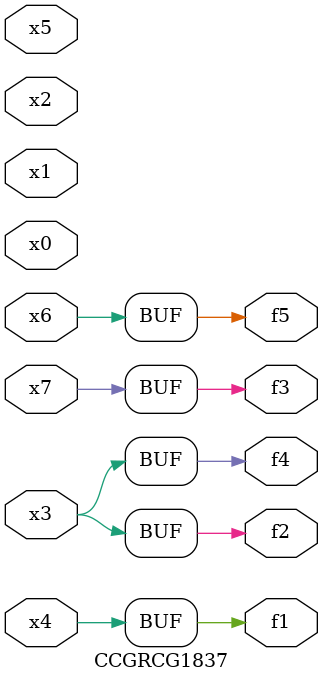
<source format=v>
module CCGRCG1837(
	input x0, x1, x2, x3, x4, x5, x6, x7,
	output f1, f2, f3, f4, f5
);
	assign f1 = x4;
	assign f2 = x3;
	assign f3 = x7;
	assign f4 = x3;
	assign f5 = x6;
endmodule

</source>
